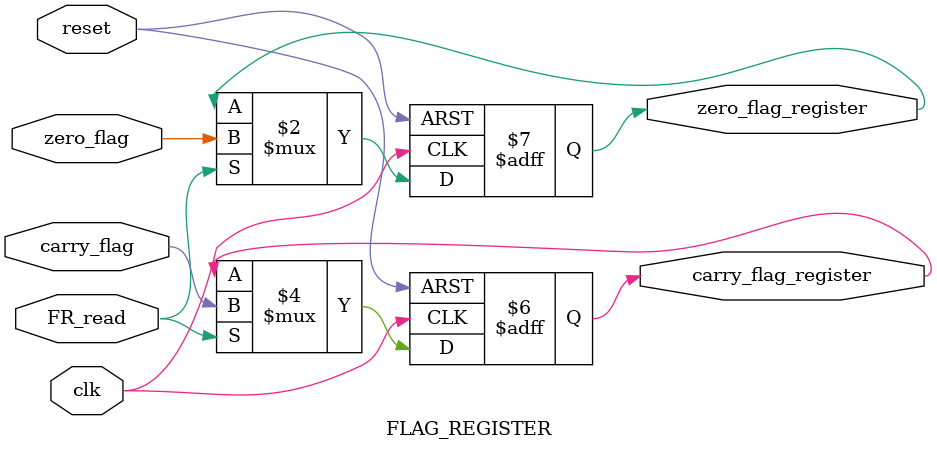
<source format=sv>
module FLAG_REGISTER(
input logic clk, reset,
input logic FR_read,
input logic carry_flag, zero_flag,
output logic carry_flag_register, zero_flag_register
);
    
    always_ff @(posedge clk or posedge reset) begin
        if (reset) begin
            carry_flag_register <= 0;
            zero_flag_register <= 0;
        end else begin
            if (FR_read)begin
                carry_flag_register <= carry_flag;
                zero_flag_register <= zero_flag;
            end
        end
    end

endmodule
</source>
